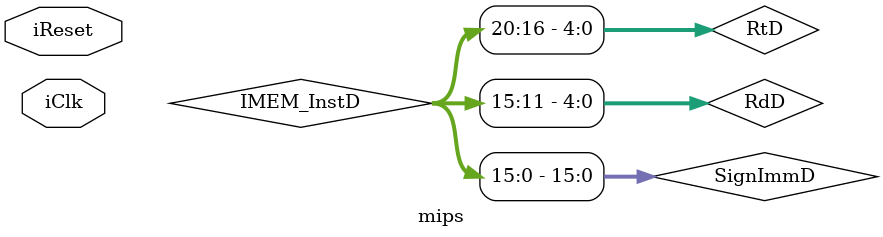
<source format=sv>
`include "alu.sv"
`include "regfile.sv"
`include "imem.sv"
`include "dmem.sv"
`include "controller.sv"

module mips(
  input logic iClk,
  input logic iReset
);



  logic [31:0] IMEM_InstF;
  logic [31:0] IMEM_InstD;
  logic [31:0] REG_SrcAD;
  logic [31:0] REG_SrcAE;
  logic [15:0] SignImmD;
  logic [15:0] SignImmE;
  logic [4:0] RtD;
  logic [4:0] RdD;
  logic [4:0] RtE;
  logic [4:0] RdE;

  logic [4:0] WriteRegE;
  logic [4:0] WriteRegM;
  logic [4:0] WriteRegW;
  logic CTL_RegDstD;
  logic CTL_RegDstE;
  logic CTL_ALUSrcD;
  logic CTL_ALUSrcE;
  logic [2:0] CTL_ALUControlD;
  logic [2:0] CTL_ALUControlE;
  logic [31:0] ALU_ALUResultE;
  logic [31:0] ALU_ALUResultM;
  logic [31:0] SrcBE;
  logic [31:0] REG_WriteDataD;
  logic [31:0] REG_WriteDataE;
  logic [31:0] REG_WriteDataM;
  logic CTL_RegWriteD;
  logic CTL_RegWriteE;
  logic CTL_RegWriteM;
  logic CTL_RegWriteW;
  logic CTL_MemtoRegD;
  logic CTL_MemtoRegE;
  logic CTL_MemtoRegM;
  logic CTL_MemtoRegW;
  logic CTL_MemWriteD;
  logic CTL_MemWriteE;
  logic CTL_MemWriteM;
  logic [31:0] ResultW;
  
  
  

  
  logic [31:0] DMEM_ReadDataM;
  logic [31:0] DMEM_ReadDataW;

  logic [31:0] pc;
  

  
  
  
  
  
  
  
  assign RtD = IMEM_InstD[20:16];
  assign RdD = IMEM_InstD[15:11];
  assign WriteRegE = CTL_RegDstE ? RdE : RtE;
  assign SignImmD = {{16{IMEM_InstD[15]}}, IMEM_InstD[15:0]};
  assign SrcBE = CTL_ALUSrcE ? SignImmE : REG_WriteDataE;
  assign ResultW = CTL_MemtoRegW ? DMEM_ReadDataW : ALU_ALUResultM;
  
  alu ALU(
    .iA		(REG_SrcAE),
    .iB		(SrcBE),
    .iF		(CTL_ALUControlE),
    .oY		(ALU_ALUResultE),
    .oZero	()
  );
  
  regfile REG(
    .iClk	(iClk),
    .iReset	(iReset),
    .iRaddr1(IMEM_InstD[25:21]),
    .iRaddr2(IMEM_InstD[20:16]),
    .iWaddr	(WriteRegW),
    .iWe	(CTL_RegWriteW),
    .iWdata	(ResultW),
    .oRdata1(REG_SrcAD),
    .oRdata2(REG_WriteDataD)
  );
  
  imem IMEM(
    .iAddr	(pc),
    .oRdata	(IMEM_InstF)
  );
  
  dmem DMEM(
    .iClk	(iClk),
    .iReset	(iReset),
    .iWe	(CTL_MemWriteM),
    .iAddr	(ALU_ALUResultM),
    .iWdata	(REG_WriteDataM),
    .oRdata	(DMEM_ReadDataM)
  );
  
  controller CTL(
    .iOp		(IMEM_InstD[31:26]),
    .iFunc		(IMEM_InstD[5:0]),
    .oRegWrite	(CTL_RegWriteD),
    .oMemWrite	(CTL_MemWriteD),
    .oRegDst	(CTL_RegDstD),
    .oALUSrc	(CTL_ALUSrcD),
    .oMemtoReg	(CTL_MemtoRegD),
    .oALUControl(CTL_ALUControlD)
  );
  
  always_ff@(posedge iClk, posedge iReset)
    if(iReset)
      pc <= 0;
    else 
      pc <= pc + 4;

    always_ff@(posedge iClk, posedge iReset)
      if(iReset) begin
      	  IMEM_InstD <= 0;
          REG_SrcAE <= 0;
          REG_WriteDataE <= 0;
          REG_WriteDataM <= 0;
          RtE <= 0;
          RdE <= 0;
          SignImmE <= 0;
          CTL_RegDstE <= 0;
          CTL_ALUSrcE <= 0;
          CTL_ALUControlE <= 0;
          ALU_ALUResultM <= 0;
          WriteRegM <= 0;
          WriteRegW <= 0;
          CTL_RegWriteE <= 0;
          CTL_RegWriteM <= 0;
          CTL_RegWriteW <= 0;
          CTL_MemtoRegE <= 0;
          CTL_MemtoRegM <= 0;
          CTL_MemtoRegW <= 0;
          CTL_MemWriteE <= 0;
          CTL_MemWriteM <= 0;
          DMEM_ReadDataW <= 0;
        end else begin 
          IMEM_InstD <= IMEM_InstF;
          REG_SrcAE <= REG_SrcAD;
          REG_WriteDataE <= REG_WriteDataD;
          REG_WriteDataM <= REG_WriteDataE;
          RtE <= RtD;
          RdE <= RdD;
          SignImmE <= SignImmD;
          CTL_RegDstE <= CTL_RegDstD;
          CTL_ALUSrcE <= CTL_ALUSrcD;
          CTL_ALUControlE <= CTL_ALUControlD;
          ALU_ALUResultM <= ALU_ALUResultE;
          WriteRegM <= WriteRegE;
          WriteRegW <= WriteRegM;
          CTL_RegWriteE <= CTL_RegWriteD;
          CTL_RegWriteM <= CTL_RegWriteE;
          CTL_RegWriteW <= CTL_RegWriteM;
          CTL_MemtoRegE <= CTL_MemtoRegD;
          CTL_MemtoRegM <= CTL_MemtoRegE;
          CTL_MemtoRegW <= CTL_MemtoRegM;
          CTL_MemWriteE <= CTL_MemWriteD;
          CTL_MemWriteM <= CTL_MemWriteE;
          DMEM_ReadDataW <= DMEM_ReadDataM;
        end

endmodule

</source>
